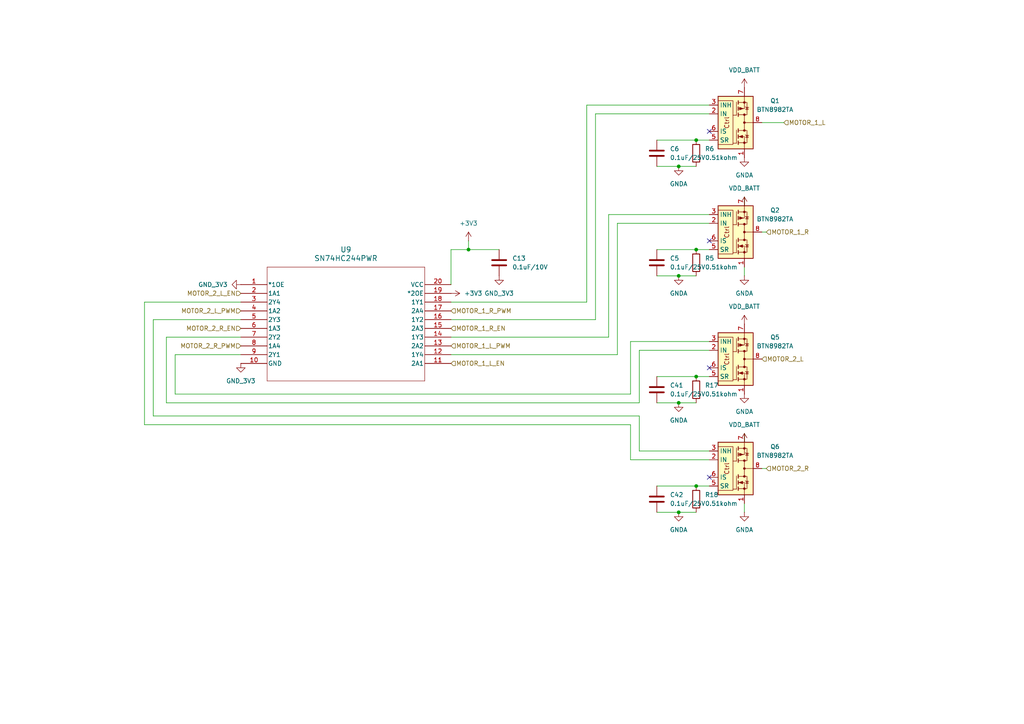
<source format=kicad_sch>
(kicad_sch (version 20231120) (generator "eeschema") (generator_version "8.0")
  (paper "A4")
  (lib_symbols
    (symbol "Device:C" (pin_numbers hide) (pin_names (offset 0.254))
      (property "Reference" "C" (at 0.635 2.54 0))
      (property "Value" "C" (at 0.635 -2.54 0))
      (symbol "C_0_1"
        (polyline (pts (xy -2.032 -0.762) (xy 2.032 -0.762)) (stroke (width 0.508)))
        (polyline (pts (xy -2.032 0.762) (xy 2.032 0.762)) (stroke (width 0.508)))
      )
      (symbol "C_1_1"
        (pin passive line (at 0 3.81 270) (length 2.794) (name "~") (number "1"))
        (pin passive line (at 0 -3.81 90) (length 2.794) (name "~") (number "2"))
      )
    )
    (symbol "Device:R" (pin_numbers hide) (pin_names (offset 0))
      (property "Reference" "R" (at 2.032 0 90))
      (property "Value" "R" (at 0 0 90))
      (symbol "R_0_1"
        (rectangle (start -1.016 -2.54) (end 1.016 2.54) (stroke (width 0.254)))
      )
      (symbol "R_1_1"
        (pin passive line (at 0 3.81 270) (length 1.27) (name "~") (number "1"))
        (pin passive line (at 0 -3.81 90) (length 1.27) (name "~") (number "2"))
      )
    )
    (symbol "Power_Management:BTN8982TA"
      (property "Reference" "Q" (at 6.35 5.715 0))
      (property "Value" "BTN8982TA" (at 6.35 3.81 0))
      (symbol "BTN8982TA_0_1"
        (rectangle (start -5.08 7.62) (end 5.08 -7.62) (stroke (width 0.254)) (fill (type background)))
        (polyline (pts (xy 0.254 -5.969) (xy -0.762 -5.969)))
        (polyline (pts (xy 0.254 2.159) (xy -0.762 2.159)))
        (polyline (pts (xy 2.54 0) (xy 5.08 0)))
        (polyline (pts (xy 2.54 2.286) (xy 2.54 -2.286)))
        (polyline (pts (xy 2.54 -5.842) (xy 2.54 -7.62) (xy 2.54 -6.858)))
        (polyline (pts (xy -5.08 6.35) (xy -0.762 6.35) (xy -0.762 -6.35) (xy -5.08 -6.35)))
      )
      (symbol "BTN8982TA_1_0"
        (text "Ctrl" (at -2.54 0 900) (effects (font (size 1.27 1.27))))
      )
      (symbol "BTN8982TA_1_1"
        (polyline (pts (xy 0.762 -5.842) (xy 2.54 -5.842)))
        (polyline (pts (xy 0.762 -5.334) (xy 0.762 -6.35)) (stroke (width 0.254)))
        (polyline (pts (xy 0.762 -4.064) (xy 2.54 -4.064)))
        (polyline (pts (xy 0.762 -3.556) (xy 0.762 -4.572)) (stroke (width 0.254)))
        (polyline (pts (xy 0.762 -2.286) (xy 2.54 -2.286)))
        (polyline (pts (xy 0.762 -1.778) (xy 0.762 -2.794)) (stroke (width 0.254)))
        (polyline (pts (xy 0.762 2.286) (xy 2.54 2.286)))
        (polyline (pts (xy 0.762 2.794) (xy 0.762 1.778)) (stroke (width 0.254)))
        (polyline (pts (xy 0.762 4.064) (xy 2.54 4.064)))
        (polyline (pts (xy 0.762 4.572) (xy 0.762 3.556)) (stroke (width 0.254)))
        (polyline (pts (xy 0.762 5.842) (xy 2.54 5.842)))
        (polyline (pts (xy 0.762 6.35) (xy 0.762 5.334)) (stroke (width 0.254)))
        (polyline (pts (xy 2.54 -5.842) (xy 2.54 -4.064)))
        (polyline (pts (xy 2.54 4.064) (xy 2.54 5.842)))
        (polyline (pts (xy 2.54 7.62) (xy 2.54 5.842)))
        (polyline (pts (xy 0.254 -2.159) (xy 0.254 -5.969) (xy 0.254 -5.969)))
        (polyline (pts (xy 0.254 5.969) (xy 0.254 2.159) (xy 0.254 2.159)))
        (polyline (pts (xy 1.016 -4.064) (xy 2.032 -3.683) (xy 2.032 -4.445) (xy 1.016 -4.064)) (fill (type outline)))
        (polyline (pts (xy 2.159 4.064) (xy 1.143 3.683) (xy 1.143 4.445) (xy 2.159 4.064)) (fill (type outline)))
        (polyline (pts (xy 2.54 -5.842) (xy 3.302 -5.842) (xy 3.302 -2.286) (xy 2.54 -2.286)))
        (polyline (pts (xy 2.54 2.286) (xy 3.302 2.286) (xy 3.302 5.842) (xy 2.54 5.842)))
        (polyline (pts (xy 2.794 -3.556) (xy 2.921 -3.683) (xy 3.683 -3.683) (xy 3.81 -3.81)))
        (polyline (pts (xy 2.794 4.572) (xy 2.921 4.445) (xy 3.683 4.445) (xy 3.81 4.318)))
        (polyline (pts (xy 3.302 -3.683) (xy 2.921 -4.318) (xy 3.683 -4.318) (xy 3.302 -3.683)))
        (polyline (pts (xy 3.302 4.445) (xy 2.921 3.81) (xy 3.683 3.81) (xy 3.302 4.445)))
        (circle (center 2.54 -5.842) (radius 0.2794) (fill (type outline)))
        (circle (center 2.54 -2.286) (radius 0.2794) (fill (type outline)))
        (circle (center 2.54 0) (radius 0.2794) (fill (type outline)))
        (circle (center 2.54 2.286) (radius 0.2794) (fill (type outline)))
        (circle (center 2.54 5.842) (radius 0.2794) (fill (type outline)))
        (pin power_in line (at 2.54 -10.16 90) (length 2.54) (name "~") (number "1"))
        (pin input line (at -7.62 2.54 0) (length 2.54) (name "IN") (number "2"))
        (pin input line (at -7.62 5.08 0) (length 2.54) (name "INH") (number "3"))
        (pin passive line (at 7.62 0 180) (length 2.54) hide (name "~") (number "4"))
        (pin input line (at -7.62 -5.08 0) (length 2.54) (name "SR") (number "5"))
        (pin output line (at -7.62 -2.54 0) (length 2.54) (name "IS") (number "6"))
        (pin power_in line (at 2.54 10.16 270) (length 2.54) (name "~") (number "7"))
        (pin passive line (at 7.62 0 180) (length 2.54) (name "~") (number "8"))
      )
    )
    (symbol "SN74HC244PWR:SN74HC244PWR" (pin_names (offset 0.254))
      (property "Reference" "U" (at 30.48 10.16 0))
      (property "Value" "SN74HC244PWR" (at 30.48 7.62 0))
      (symbol "SN74HC244PWR_0_1"
        (polyline (pts (xy 7.62 -27.94) (xy 53.34 -27.94)) (stroke (width 0.127)))
        (polyline (pts (xy 7.62 5.08) (xy 7.62 -27.94)) (stroke (width 0.127)))
        (polyline (pts (xy 53.34 -27.94) (xy 53.34 5.08)) (stroke (width 0.127)))
        (polyline (pts (xy 53.34 5.08) (xy 7.62 5.08)) (stroke (width 0.127)))
        (pin input line (at 0 0 0) (length 7.62) (name "*1OE") (number "1"))
        (pin power_in line (at 0 -22.86 0) (length 7.62) (name "GND") (number "10"))
        (pin input line (at 60.96 -22.86 180) (length 7.62) (name "2A1") (number "11"))
        (pin output line (at 60.96 -20.32 180) (length 7.62) (name "1Y4") (number "12"))
        (pin input line (at 60.96 -17.78 180) (length 7.62) (name "2A2") (number "13"))
        (pin output line (at 60.96 -15.24 180) (length 7.62) (name "1Y3") (number "14"))
        (pin input line (at 60.96 -12.7 180) (length 7.62) (name "2A3") (number "15"))
        (pin output line (at 60.96 -10.16 180) (length 7.62) (name "1Y2") (number "16"))
        (pin input line (at 60.96 -7.62 180) (length 7.62) (name "2A4") (number "17"))
        (pin output line (at 60.96 -5.08 180) (length 7.62) (name "1Y1") (number "18"))
        (pin input line (at 60.96 -2.54 180) (length 7.62) (name "*2OE") (number "19"))
        (pin input line (at 0 -2.54 0) (length 7.62) (name "1A1") (number "2"))
        (pin power_in line (at 60.96 0 180) (length 7.62) (name "VCC") (number "20"))
        (pin output line (at 0 -5.08 0) (length 7.62) (name "2Y4") (number "3"))
        (pin input line (at 0 -7.62 0) (length 7.62) (name "1A2") (number "4"))
        (pin output line (at 0 -10.16 0) (length 7.62) (name "2Y3") (number "5"))
        (pin input line (at 0 -12.7 0) (length 7.62) (name "1A3") (number "6"))
        (pin output line (at 0 -15.24 0) (length 7.62) (name "2Y2") (number "7"))
        (pin input line (at 0 -17.78 0) (length 7.62) (name "1A4") (number "8"))
        (pin output line (at 0 -20.32 0) (length 7.62) (name "2Y1") (number "9"))
      )
    )
    (symbol "power:+3V3" (power) (pin_numbers hide) (pin_names (offset 0) hide)
      (property "Value" "+3V3" (at 0 3.556 0))
      (symbol "+3V3_0_1"
        (polyline (pts (xy -0.762 1.27) (xy 0 2.54)))
        (polyline (pts (xy 0 0) (xy 0 2.54)))
        (polyline (pts (xy 0 2.54) (xy 0.762 1.27)))
      )
      (symbol "+3V3_1_1"
        (pin power_in line (at 0 0 90) (length 0) (name "~") (number "1"))
      )
    )
    (symbol "power:GND" (power) (pin_numbers hide) (pin_names (offset 0) hide)
      (property "Value" "GND" (at 0 -3.81 0))
      (symbol "GND_0_1"
        (polyline (pts (xy 0 0) (xy 0 -1.27) (xy 1.27 -1.27) (xy 0 -2.54) (xy -1.27 -1.27) (xy 0 -1.27)))
      )
      (symbol "GND_1_1"
        (pin power_in line (at 0 0 270) (length 0) (name "~") (number "1"))
      )
    )
    (symbol "power:GNDA" (power) (pin_numbers hide) (pin_names (offset 0) hide)
      (property "Value" "GNDA" (at 0 -3.81 0))
      (symbol "GNDA_0_1"
        (polyline (pts (xy 0 0) (xy 0 -1.27) (xy 1.27 -1.27) (xy 0 -2.54) (xy -1.27 -1.27) (xy 0 -1.27)))
      )
      (symbol "GNDA_1_1"
        (pin power_in line (at 0 0 270) (length 0) (name "~") (number "1"))
      )
    )
  )
  (junction (at 196.85 80.01))
  (junction (at 135.89 72.39))
  (junction (at 196.85 116.84))
  (junction (at 201.93 140.97))
  (junction (at 196.85 48.26))
  (junction (at 201.93 40.64))
  (junction (at 196.85 148.59))
  (junction (at 201.93 72.39))
  (junction (at 201.93 109.22))
  (no_connect (at 205.74 138.43))
  (no_connect (at 205.74 38.1))
  (no_connect (at 205.74 106.68))
  (no_connect (at 205.74 69.85))
  (wire (pts (xy 41.91 87.63) (xy 41.91 123.19)))
  (wire (pts (xy 130.81 87.63) (xy 170.18 87.63)))
  (wire (pts (xy 176.53 97.79) (xy 176.53 62.23)))
  (wire (pts (xy 176.53 62.23) (xy 205.74 62.23)))
  (wire (pts (xy 215.9 125.73) (xy 215.9 128.27)))
  (wire (pts (xy 190.5 48.26) (xy 196.85 48.26)))
  (wire (pts (xy 222.25 135.89) (xy 220.98 135.89)))
  (wire (pts (xy 170.18 87.63) (xy 170.18 30.48)))
  (wire (pts (xy 190.5 116.84) (xy 196.85 116.84)))
  (wire (pts (xy 190.5 80.01) (xy 196.85 80.01)))
  (wire (pts (xy 196.85 116.84) (xy 201.93 116.84)))
  (wire (pts (xy 196.85 80.01) (xy 201.93 80.01)))
  (wire (pts (xy 135.89 72.39) (xy 130.81 72.39)))
  (wire (pts (xy 215.9 77.47) (xy 215.9 80.01)))
  (wire (pts (xy 48.26 97.79) (xy 48.26 116.84)))
  (wire (pts (xy 69.85 97.79) (xy 48.26 97.79)))
  (wire (pts (xy 179.07 64.77) (xy 179.07 102.87)))
  (wire (pts (xy 182.88 99.06) (xy 205.74 99.06)))
  (wire (pts (xy 48.26 116.84) (xy 185.42 116.84)))
  (wire (pts (xy 201.93 109.22) (xy 205.74 109.22)))
  (wire (pts (xy 69.85 87.63) (xy 41.91 87.63)))
  (wire (pts (xy 179.07 102.87) (xy 130.81 102.87)))
  (wire (pts (xy 196.85 148.59) (xy 201.93 148.59)))
  (wire (pts (xy 130.81 92.71) (xy 172.72 92.71)))
  (wire (pts (xy 50.8 102.87) (xy 50.8 114.3)))
  (wire (pts (xy 135.89 69.85) (xy 135.89 72.39)))
  (wire (pts (xy 170.18 30.48) (xy 205.74 30.48)))
  (wire (pts (xy 130.81 72.39) (xy 130.81 82.55)))
  (wire (pts (xy 215.9 57.15) (xy 215.9 59.69)))
  (wire (pts (xy 44.45 120.65) (xy 185.42 120.65)))
  (wire (pts (xy 196.85 48.26) (xy 201.93 48.26)))
  (wire (pts (xy 190.5 72.39) (xy 201.93 72.39)))
  (wire (pts (xy 172.72 33.02) (xy 205.74 33.02)))
  (wire (pts (xy 130.81 97.79) (xy 176.53 97.79)))
  (wire (pts (xy 185.42 101.6) (xy 205.74 101.6)))
  (wire (pts (xy 190.5 109.22) (xy 201.93 109.22)))
  (wire (pts (xy 182.88 123.19) (xy 182.88 133.35)))
  (wire (pts (xy 44.45 92.71) (xy 44.45 120.65)))
  (wire (pts (xy 185.42 116.84) (xy 185.42 101.6)))
  (wire (pts (xy 201.93 40.64) (xy 205.74 40.64)))
  (wire (pts (xy 201.93 72.39) (xy 205.74 72.39)))
  (wire (pts (xy 185.42 130.81) (xy 205.74 130.81)))
  (wire (pts (xy 201.93 140.97) (xy 205.74 140.97)))
  (wire (pts (xy 222.25 67.31) (xy 220.98 67.31)))
  (wire (pts (xy 182.88 114.3) (xy 182.88 99.06)))
  (wire (pts (xy 172.72 92.71) (xy 172.72 33.02)))
  (wire (pts (xy 41.91 123.19) (xy 182.88 123.19)))
  (wire (pts (xy 190.5 40.64) (xy 201.93 40.64)))
  (wire (pts (xy 69.85 92.71) (xy 44.45 92.71)))
  (wire (pts (xy 227.33 35.56) (xy 220.98 35.56)))
  (wire (pts (xy 179.07 64.77) (xy 205.74 64.77)))
  (wire (pts (xy 50.8 114.3) (xy 182.88 114.3)))
  (wire (pts (xy 185.42 120.65) (xy 185.42 130.81)))
  (wire (pts (xy 69.85 102.87) (xy 50.8 102.87)))
  (wire (pts (xy 144.78 72.39) (xy 135.89 72.39)))
  (wire (pts (xy 190.5 140.97) (xy 201.93 140.97)))
  (wire (pts (xy 182.88 133.35) (xy 205.74 133.35)))
  (wire (pts (xy 190.5 148.59) (xy 196.85 148.59)))
  (wire (pts (xy 215.9 146.05) (xy 215.9 148.59)))
  (hierarchical_label "MOTOR_2_R_PWM" (shape input) (at 69.85 100.33 180))
  (hierarchical_label "MOTOR_2_R" (shape input) (at 222.25 135.89 0))
  (hierarchical_label "MOTOR_1_L_EN" (shape input) (at 130.81 105.41 0))
  (hierarchical_label "MOTOR_1_R_PWM" (shape input) (at 130.81 90.17 0))
  (hierarchical_label "MOTOR_1_R" (shape input) (at 222.25 67.31 0))
  (hierarchical_label "MOTOR_2_L_PWM" (shape input) (at 69.85 90.17 180))
  (hierarchical_label "MOTOR_1_R_EN" (shape input) (at 130.81 95.25 0))
  (hierarchical_label "MOTOR_2_L_EN" (shape input) (at 69.85 85.09 180))
  (hierarchical_label "MOTOR_2_R_EN" (shape input) (at 69.85 95.25 180))
  (hierarchical_label "MOTOR_2_L" (shape input) (at 220.98 104.14 0))
  (hierarchical_label "MOTOR_1_L" (shape input) (at 227.33 35.56 0))
  (hierarchical_label "MOTOR_1_L_PWM" (shape input) (at 130.81 100.33 0))
  (symbol (lib_id "power:GNDA") (at 215.9 114.3 0) (unit 1)
    (property "Reference" "#PWR0100" (effects (hide yes)))
    (property "Value" "GNDA" (at 215.9 119.38 0))
    (property "Description" "Power symbol creates a global label with name \"GNDA\" , analog ground" (effects (hide yes)))
  )
  (symbol (lib_id "power:GND") (at 69.85 82.55 270) (unit 1)
    (property "Reference" "#PWR030" (effects (hide yes)))
    (property "Value" "GND_3V3" (at 66.04 82.5499 90) (effects (justify right)))
    (property "Description" "Power symbol creates a global label with name \"GND\" , ground" (effects (hide yes)))
  )
  (symbol (lib_id "power:GNDA") (at 215.9 80.01 0) (unit 1)
    (property "Reference" "#PWR027" (effects (hide yes)))
    (property "Value" "GNDA" (at 215.9 85.09 0))
    (property "Description" "Power symbol creates a global label with name \"GNDA\" , analog ground" (effects (hide yes)))
  )
  (symbol (lib_id "power:+3V3") (at 215.9 93.98 0) (unit 1)
    (property "Reference" "#PWR099" (effects (hide yes)))
    (property "Value" "VDD_BATT" (at 215.9 88.9 0))
    (property "Description" "Power symbol creates a global label with name \"+3V3\"" (effects (hide yes)))
  )
  (symbol (lib_id "Device:C") (at 144.78 76.2 0) (unit 1)
    (property "Reference" "C13" (at 148.59 74.9299 0) (effects (justify left)))
    (property "Value" "0.1uF/10V" (at 148.59 77.4699 0) (effects (justify left)))
    (property "Footprint" "Capacitor_SMD:C_0201_0603Metric" (effects (hide yes)))
    (property "Description" "Unpolarized capacitor" (effects (hide yes)))
  )
  (symbol (lib_id "Device:R") (at 201.93 144.78 0) (unit 1)
    (property "Reference" "R18" (at 204.47 143.5099 0) (effects (justify left)))
    (property "Value" "0.51kohm" (at 204.47 146.0499 0) (effects (justify left)))
    (property "Footprint" "Resistor_SMD:R_0201_0603Metric" (effects (hide yes)))
    (property "Description" "Resistor" (effects (hide yes)))
  )
  (symbol (lib_id "Device:C") (at 190.5 44.45 0) (unit 1)
    (property "Reference" "C6" (at 194.31 43.1799 0) (effects (justify left)))
    (property "Value" "0.1uF/25V" (at 194.31 45.7199 0) (effects (justify left)))
    (property "Footprint" "Capacitor_SMD:C_0201_0603Metric" (effects (hide yes)))
    (property "Description" "Unpolarized capacitor" (effects (hide yes)))
  )
  (symbol (lib_id "Device:R") (at 201.93 44.45 0) (unit 1)
    (property "Reference" "R6" (at 204.47 43.1799 0) (effects (justify left)))
    (property "Value" "0.51kohm" (at 204.47 45.7199 0) (effects (justify left)))
    (property "Footprint" "Resistor_SMD:R_0201_0603Metric" (effects (hide yes)))
    (property "Description" "Resistor" (effects (hide yes)))
  )
  (symbol (lib_id "power:+3V3") (at 135.89 69.85 0) (unit 1)
    (property "Reference" "#PWR028" (effects (hide yes)))
    (property "Value" "+3V3" (at 135.89 64.77 0))
    (property "Description" "Power symbol creates a global label with name \"+3V3\"" (effects (hide yes)))
  )
  (symbol (lib_id "Power_Management:BTN8982TA") (at 213.36 67.31 0) (unit 1)
    (property "Reference" "Q2" (at 224.79 60.9914 0))
    (property "Value" "BTN8982TA" (at 224.79 63.5314 0))
    (property "Footprint" "Package_TO_SOT_SMD:TO-263-7_TabPin8" (effects (hide yes)))
    (property "Datasheet" "https://www.infineon.com/dgdl/Infineon-BTN8982TA-DS-v01_00-EN.pdf?fileId=db3a30433fa9412f013fbe32289b7c17" (effects (hide yes)))
    (property "Description" "High Current PN Half Bridge, TO-263-7" (effects (hide yes)))
  )
  (symbol (lib_id "power:GNDA") (at 215.9 45.72 0) (unit 1)
    (property "Reference" "#PWR025" (effects (hide yes)))
    (property "Value" "GNDA" (at 215.9 50.8 0))
    (property "Description" "Power symbol creates a global label with name \"GNDA\" , analog ground" (effects (hide yes)))
  )
  (symbol (lib_id "power:GNDA") (at 196.85 116.84 0) (unit 1)
    (property "Reference" "#PWR010" (effects (hide yes)))
    (property "Value" "GNDA" (at 196.85 121.92 0))
    (property "Description" "Power symbol creates a global label with name \"GNDA\" , analog ground" (effects (hide yes)))
  )
  (symbol (lib_id "power:+3V3") (at 130.81 85.09 270) (unit 1)
    (property "Reference" "#PWR031" (effects (hide yes)))
    (property "Value" "+3V3" (at 134.62 85.0899 90) (effects (justify left)))
    (property "Description" "Power symbol creates a global label with name \"+3V3\"" (effects (hide yes)))
  )
  (symbol (lib_id "power:+3V3") (at 215.9 25.4 0) (unit 1)
    (property "Reference" "#PWR024" (effects (hide yes)))
    (property "Value" "VDD_BATT" (at 215.9 20.32 0))
    (property "Description" "Power symbol creates a global label with name \"+3V3\"" (effects (hide yes)))
  )
  (symbol (lib_id "power:GNDA") (at 196.85 148.59 0) (unit 1)
    (property "Reference" "#PWR011" (effects (hide yes)))
    (property "Value" "GNDA" (at 196.85 153.67 0))
    (property "Description" "Power symbol creates a global label with name \"GNDA\" , analog ground" (effects (hide yes)))
  )
  (symbol (lib_id "power:GNDA") (at 215.9 148.59 0) (unit 1)
    (property "Reference" "#PWR0102" (effects (hide yes)))
    (property "Value" "GNDA" (at 215.9 153.67 0))
    (property "Description" "Power symbol creates a global label with name \"GNDA\" , analog ground" (effects (hide yes)))
  )
  (symbol (lib_id "Power_Management:BTN8982TA") (at 213.36 104.14 0) (unit 1)
    (property "Reference" "Q5" (at 224.79 97.8214 0))
    (property "Value" "BTN8982TA" (at 224.79 100.3614 0))
    (property "Footprint" "Package_TO_SOT_SMD:TO-263-7_TabPin8" (effects (hide yes)))
    (property "Datasheet" "https://www.infineon.com/dgdl/Infineon-BTN8982TA-DS-v01_00-EN.pdf?fileId=db3a30433fa9412f013fbe32289b7c17" (effects (hide yes)))
    (property "Description" "High Current PN Half Bridge, TO-263-7" (effects (hide yes)))
  )
  (symbol (lib_id "power:GND") (at 144.78 80.01 0) (unit 1)
    (property "Reference" "#PWR038" (effects (hide yes)))
    (property "Value" "GND_3V3" (at 144.78 85.09 0))
    (property "Description" "Power symbol creates a global label with name \"GND\" , ground" (effects (hide yes)))
  )
  (symbol (lib_id "Power_Management:BTN8982TA") (at 213.36 35.56 0) (unit 1)
    (property "Reference" "Q1" (at 224.79 29.2414 0))
    (property "Value" "BTN8982TA" (at 224.79 31.7814 0))
    (property "Footprint" "Package_TO_SOT_SMD:TO-263-7_TabPin8" (effects (hide yes)))
    (property "Datasheet" "https://www.infineon.com/dgdl/Infineon-BTN8982TA-DS-v01_00-EN.pdf?fileId=db3a30433fa9412f013fbe32289b7c17" (effects (hide yes)))
    (property "Description" "High Current PN Half Bridge, TO-263-7" (effects (hide yes)))
  )
  (symbol (lib_id "power:GNDA") (at 196.85 80.01 0) (unit 1)
    (property "Reference" "#PWR032" (effects (hide yes)))
    (property "Value" "GNDA" (at 196.85 85.09 0))
    (property "Description" "Power symbol creates a global label with name \"GNDA\" , analog ground" (effects (hide yes)))
  )
  (symbol (lib_id "Power_Management:BTN8982TA") (at 213.36 135.89 0) (unit 1)
    (property "Reference" "Q6" (at 224.79 129.5714 0))
    (property "Value" "BTN8982TA" (at 224.79 132.1114 0))
    (property "Footprint" "Package_TO_SOT_SMD:TO-263-7_TabPin8" (effects (hide yes)))
    (property "Datasheet" "https://www.infineon.com/dgdl/Infineon-BTN8982TA-DS-v01_00-EN.pdf?fileId=db3a30433fa9412f013fbe32289b7c17" (effects (hide yes)))
    (property "Description" "High Current PN Half Bridge, TO-263-7" (effects (hide yes)))
  )
  (symbol (lib_id "Device:R") (at 201.93 76.2 0) (unit 1)
    (property "Reference" "R5" (at 204.47 74.9299 0) (effects (justify left)))
    (property "Value" "0.51kohm" (at 204.47 77.4699 0) (effects (justify left)))
    (property "Footprint" "Resistor_SMD:R_0201_0603Metric" (effects (hide yes)))
    (property "Description" "Resistor" (effects (hide yes)))
  )
  (symbol (lib_id "power:GND") (at 69.85 105.41 0) (unit 1)
    (property "Reference" "#PWR029" (effects (hide yes)))
    (property "Value" "GND_3V3" (at 69.85 110.49 0))
    (property "Description" "Power symbol creates a global label with name \"GND\" , ground" (effects (hide yes)))
  )
  (symbol (lib_id "SN74HC244PWR:SN74HC244PWR") (at 69.85 82.55 0) (unit 1)
    (property "Reference" "U9" (at 100.33 72.39 0) (effects (font (size 1.524 1.524))))
    (property "Value" "SN74HC244PWR" (at 100.33 74.93 0) (effects (font (size 1.524 1.524))))
    (property "Footprint" "footprints:PW20" (effects (hide yes)))
    (property "Datasheet" "SN74HC244PWR" (effects (hide yes)))
  )
  (symbol (lib_id "power:+3V3") (at 215.9 128.27 0) (unit 1)
    (property "Reference" "#PWR0101" (effects (hide yes)))
    (property "Value" "VDD_BATT" (at 215.9 123.19 0))
    (property "Description" "Power symbol creates a global label with name \"+3V3\"" (effects (hide yes)))
  )
  (symbol (lib_id "power:GNDA") (at 196.85 48.26 0) (unit 1)
    (property "Reference" "#PWR033" (effects (hide yes)))
    (property "Value" "GNDA" (at 196.85 53.34 0))
    (property "Description" "Power symbol creates a global label with name \"GNDA\" , analog ground" (effects (hide yes)))
  )
  (symbol (lib_id "Device:R") (at 201.93 113.03 0) (unit 1)
    (property "Reference" "R17" (at 204.47 111.7599 0) (effects (justify left)))
    (property "Value" "0.51kohm" (at 204.47 114.2999 0) (effects (justify left)))
    (property "Footprint" "Resistor_SMD:R_0201_0603Metric" (effects (hide yes)))
    (property "Description" "Resistor" (effects (hide yes)))
  )
  (symbol (lib_id "Device:C") (at 190.5 113.03 0) (unit 1)
    (property "Reference" "C41" (at 194.31 111.7599 0) (effects (justify left)))
    (property "Value" "0.1uF/25V" (at 194.31 114.2999 0) (effects (justify left)))
    (property "Footprint" "Capacitor_SMD:C_0201_0603Metric" (effects (hide yes)))
    (property "Description" "Unpolarized capacitor" (effects (hide yes)))
  )
  (symbol (lib_id "Device:C") (at 190.5 76.2 0) (unit 1)
    (property "Reference" "C5" (at 194.31 74.9299 0) (effects (justify left)))
    (property "Value" "0.1uF/25V" (at 194.31 77.4699 0) (effects (justify left)))
    (property "Footprint" "Capacitor_SMD:C_0201_0603Metric" (effects (hide yes)))
    (property "Description" "Unpolarized capacitor" (effects (hide yes)))
  )
  (symbol (lib_id "Device:C") (at 190.5 144.78 0) (unit 1)
    (property "Reference" "C42" (at 194.31 143.5099 0) (effects (justify left)))
    (property "Value" "0.1uF/25V" (at 194.31 146.0499 0) (effects (justify left)))
    (property "Footprint" "Capacitor_SMD:C_0201_0603Metric" (effects (hide yes)))
    (property "Description" "Unpolarized capacitor" (effects (hide yes)))
  )
  (symbol (lib_id "power:+3V3") (at 215.9 59.69 0) (unit 1)
    (property "Reference" "#PWR026" (effects (hide yes)))
    (property "Value" "VDD_BATT" (at 215.9 54.61 0))
    (property "Description" "Power symbol creates a global label with name \"+3V3\"" (effects (hide yes)))
  )
)
</source>
